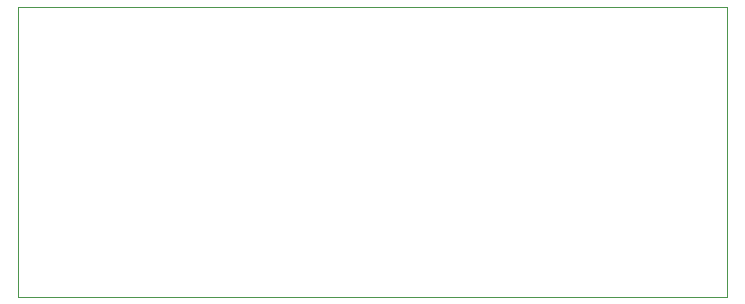
<source format=gbr>
%TF.GenerationSoftware,Altium Limited,Altium Designer,20.2.7 (254)*%
G04 Layer_Color=0*
%FSLAX26Y26*%
%MOIN*%
%TF.SameCoordinates,6734EFFF-7692-4107-8553-5EC10253203B*%
%TF.FilePolarity,Positive*%
%TF.FileFunction,Profile,NP*%
%TF.Part,Single*%
G01*
G75*
%TA.AperFunction,Profile*%
%ADD26C,0.001000*%
D26*
X1000000Y1025000D02*
X3365000D01*
X3365000Y1990000D01*
X1000000D01*
X1000000Y1025000D01*
%TF.MD5,42a23ec4180d9f8163e5eeb6f43c2707*%
M02*

</source>
